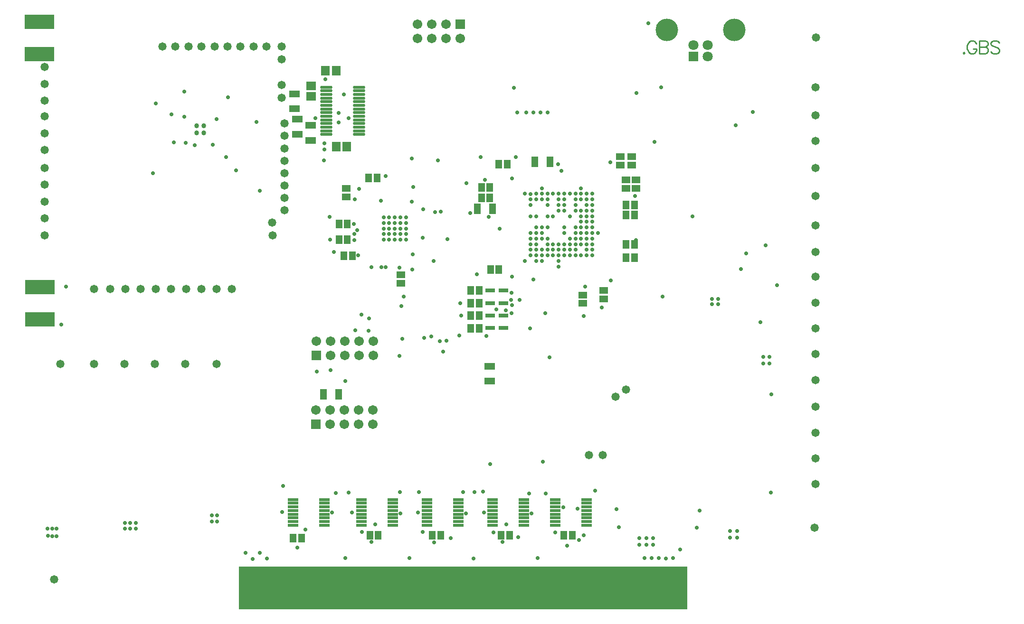
<source format=gbs>
%FSAX25Y25*%
%MOIN*%
G70*
G01*
G75*
G04 Layer_Color=16711935*
%ADD10R,0.05118X0.05906*%
%ADD11R,0.10000X0.15000*%
%ADD12O,0.10000X0.15000*%
%ADD13R,0.15000X0.10000*%
%ADD14O,0.15000X0.10000*%
%ADD15R,0.20000X0.09500*%
%ADD16R,0.20000X0.04500*%
%ADD17R,0.04331X0.05512*%
%ADD18R,0.05512X0.04331*%
%ADD19R,0.08661X0.07874*%
%ADD20R,0.04331X0.06693*%
%ADD21R,0.01575X0.08465*%
%ADD22R,0.01575X0.08465*%
%ADD23R,0.06693X0.04331*%
%ADD24R,0.07874X0.08661*%
%ADD25R,0.08000X0.07200*%
%ADD26O,0.06500X0.03000*%
%ADD27R,0.06500X0.03000*%
%ADD28O,0.04000X0.20000*%
%ADD29R,0.01181X0.03169*%
%ADD30R,0.03169X0.01181*%
%ADD31R,0.26378X0.26378*%
%ADD32R,0.06496X0.01181*%
%ADD33R,0.41339X0.33071*%
%ADD34R,0.04134X0.12992*%
%ADD35R,0.33071X0.41339*%
%ADD36R,0.12992X0.04134*%
%ADD37R,0.04331X0.02559*%
%ADD38O,0.07480X0.02362*%
%ADD39C,0.01969*%
%ADD40O,0.02362X0.08661*%
%ADD41R,0.10236X0.05906*%
%ADD42R,0.05100X0.03500*%
%ADD43R,0.05100X0.04700*%
%ADD44R,0.04000X0.16000*%
%ADD45R,0.16000X0.04000*%
%ADD46R,0.05906X0.05118*%
%ADD47O,0.03150X0.00984*%
%ADD48O,0.00984X0.03150*%
%ADD49R,0.10236X0.10236*%
%ADD50C,0.00492*%
%ADD51C,0.03150*%
%ADD52C,0.00787*%
%ADD53C,0.01000*%
%ADD54C,0.01969*%
%ADD55C,0.01181*%
%ADD56C,0.01575*%
%ADD57C,0.02362*%
%ADD58C,0.03937*%
%ADD59C,0.00900*%
%ADD60R,0.05906X0.05906*%
%ADD61C,0.05906*%
%ADD62C,0.05000*%
%ADD63C,0.14961*%
%ADD64C,0.06299*%
%ADD65R,0.06299X0.06299*%
%ADD66C,0.02598*%
%ADD67R,0.05709X0.02165*%
%ADD68O,0.07874X0.01378*%
%ADD69C,0.00984*%
%ADD70C,0.00394*%
%ADD71C,0.00600*%
%ADD72C,0.00720*%
%ADD73C,0.00800*%
%ADD74C,0.00300*%
%ADD75R,0.00100X0.00100*%
%ADD76R,3.15000X0.30000*%
%ADD77R,0.05918X0.06706*%
%ADD78R,0.10800X0.15800*%
%ADD79O,0.10800X0.15800*%
%ADD80R,0.15800X0.10800*%
%ADD81O,0.15800X0.10800*%
%ADD82R,0.20800X0.10300*%
%ADD83R,0.20800X0.05300*%
%ADD84R,0.05131X0.06312*%
%ADD85R,0.06312X0.05131*%
%ADD86R,0.09461X0.08674*%
%ADD87R,0.05131X0.07493*%
%ADD88R,0.02375X0.09265*%
%ADD89R,0.02375X0.09265*%
%ADD90R,0.07493X0.05131*%
%ADD91R,0.08674X0.09461*%
%ADD92R,0.08800X0.08000*%
%ADD93O,0.07300X0.03800*%
%ADD94R,0.07300X0.03800*%
%ADD95O,0.04800X0.20800*%
%ADD96R,0.01981X0.03969*%
%ADD97R,0.03969X0.01981*%
%ADD98R,0.27178X0.27178*%
%ADD99R,0.07296X0.01981*%
%ADD100R,0.42139X0.33871*%
%ADD101R,0.04934X0.13792*%
%ADD102R,0.33871X0.42139*%
%ADD103R,0.13792X0.04934*%
%ADD104R,0.05131X0.03359*%
%ADD105O,0.08280X0.03162*%
%ADD106C,0.02769*%
%ADD107O,0.03162X0.09461*%
%ADD108R,0.11036X0.06706*%
%ADD109R,0.05900X0.04300*%
%ADD110R,0.05900X0.05500*%
%ADD111R,0.04800X0.16800*%
%ADD112R,0.16800X0.04800*%
%ADD113R,0.06706X0.05918*%
%ADD114O,0.03950X0.01784*%
%ADD115O,0.01784X0.03950*%
%ADD116R,0.11036X0.11036*%
%ADD117R,0.06706X0.06706*%
%ADD118C,0.06706*%
%ADD119C,0.05800*%
%ADD120C,0.15761*%
%ADD121C,0.07099*%
%ADD122R,0.07099X0.07099*%
%ADD123R,0.06509X0.02965*%
%ADD124O,0.08674X0.02178*%
%ADD125C,0.03398*%
D59*
X0638322Y0370148D02*
X0637894Y0369720D01*
X0638322Y0369291D01*
X0638751Y0369720D01*
X0638322Y0370148D01*
X0647149Y0376147D02*
X0646720Y0377004D01*
X0645863Y0377861D01*
X0645007Y0378289D01*
X0643293D01*
X0642436Y0377861D01*
X0641579Y0377004D01*
X0641150Y0376147D01*
X0640722Y0374862D01*
Y0372719D01*
X0641150Y0371434D01*
X0641579Y0370577D01*
X0642436Y0369720D01*
X0643293Y0369291D01*
X0645007D01*
X0645863Y0369720D01*
X0646720Y0370577D01*
X0647149Y0371434D01*
Y0372719D01*
X0645007D02*
X0647149D01*
X0649206Y0378289D02*
Y0369291D01*
Y0378289D02*
X0653062D01*
X0654347Y0377861D01*
X0654776Y0377432D01*
X0655204Y0376575D01*
Y0375718D01*
X0654776Y0374862D01*
X0654347Y0374433D01*
X0653062Y0374005D01*
X0649206D02*
X0653062D01*
X0654347Y0373576D01*
X0654776Y0373148D01*
X0655204Y0372291D01*
Y0371005D01*
X0654776Y0370148D01*
X0654347Y0369720D01*
X0653062Y0369291D01*
X0649206D01*
X0663217Y0377004D02*
X0662360Y0377861D01*
X0661074Y0378289D01*
X0659361D01*
X0658075Y0377861D01*
X0657218Y0377004D01*
Y0376147D01*
X0657647Y0375290D01*
X0658075Y0374862D01*
X0658932Y0374433D01*
X0661503Y0373576D01*
X0662360Y0373148D01*
X0662788Y0372719D01*
X0663217Y0371862D01*
Y0370577D01*
X0662360Y0369720D01*
X0661074Y0369291D01*
X0659361D01*
X0658075Y0369720D01*
X0657218Y0370577D01*
D76*
X0286772Y-0005996D02*
D03*
D77*
X0190354Y0357382D02*
D03*
X0197835D02*
D03*
X0205315Y0303839D02*
D03*
X0197835D02*
D03*
D82*
X-0010591Y0391398D02*
D03*
Y0368878D02*
D03*
X-0010197Y0205177D02*
D03*
Y0182658D02*
D03*
D84*
X0306102Y0217618D02*
D03*
X0312008D02*
D03*
X0298228Y0203051D02*
D03*
X0292323D02*
D03*
X0298228Y0193996D02*
D03*
X0292323D02*
D03*
X0298228Y0185335D02*
D03*
X0292323D02*
D03*
X0298228Y0176279D02*
D03*
X0292323D02*
D03*
X0407283Y0225886D02*
D03*
X0401378D02*
D03*
X0407283Y0235335D02*
D03*
X0401378D02*
D03*
X0407283Y0262894D02*
D03*
X0401378D02*
D03*
X0299803Y0268012D02*
D03*
X0305709D02*
D03*
X0209252Y0227067D02*
D03*
X0203346D02*
D03*
X0363583Y0031004D02*
D03*
X0357677D02*
D03*
X0319488D02*
D03*
X0313583D02*
D03*
X0271063D02*
D03*
X0265158D02*
D03*
X0227362D02*
D03*
X0221457D02*
D03*
X0173425Y0029035D02*
D03*
X0167520D02*
D03*
X0226575Y0281791D02*
D03*
X0220669D02*
D03*
X0205709Y0249508D02*
D03*
X0199803D02*
D03*
X0205709Y0238484D02*
D03*
X0199803D02*
D03*
X0299803Y0275098D02*
D03*
X0305709D02*
D03*
X0312008Y0291634D02*
D03*
X0317913D02*
D03*
X0407283Y0255807D02*
D03*
X0401378D02*
D03*
D85*
X0385433Y0196949D02*
D03*
Y0202854D02*
D03*
X0408268Y0280413D02*
D03*
Y0274508D02*
D03*
X0397244Y0296949D02*
D03*
Y0291043D02*
D03*
X0405118Y0296949D02*
D03*
Y0291043D02*
D03*
X0401181Y0274508D02*
D03*
Y0280413D02*
D03*
X0370866Y0199705D02*
D03*
Y0193799D02*
D03*
X0204724Y0274508D02*
D03*
Y0268602D02*
D03*
X0243307Y0213878D02*
D03*
Y0207972D02*
D03*
D87*
X0347835Y0293209D02*
D03*
X0337205D02*
D03*
X0307677Y0260138D02*
D03*
X0297047D02*
D03*
X0199409Y0129823D02*
D03*
X0188779D02*
D03*
D90*
X0168504Y0330413D02*
D03*
Y0341043D02*
D03*
X0170472Y0312697D02*
D03*
Y0323327D02*
D03*
X0305512Y0149705D02*
D03*
Y0139075D02*
D03*
X0179921Y0318996D02*
D03*
Y0308366D02*
D03*
D95*
X0439272Y-0001496D02*
D03*
X0434272D02*
D03*
X0429272D02*
D03*
X0424272D02*
D03*
X0419272D02*
D03*
X0414272D02*
D03*
X0409272D02*
D03*
X0404272D02*
D03*
X0399272D02*
D03*
X0394272D02*
D03*
X0389272D02*
D03*
X0384272D02*
D03*
X0379272D02*
D03*
X0374272D02*
D03*
X0369272D02*
D03*
X0364272D02*
D03*
X0359272D02*
D03*
X0354272D02*
D03*
X0349272D02*
D03*
X0344272D02*
D03*
X0339272D02*
D03*
X0334272D02*
D03*
X0329272D02*
D03*
X0324272D02*
D03*
X0319272D02*
D03*
X0314272D02*
D03*
X0309272D02*
D03*
X0304272D02*
D03*
X0299272D02*
D03*
X0294272D02*
D03*
X0289272D02*
D03*
X0284272D02*
D03*
X0279272D02*
D03*
X0274272D02*
D03*
X0269272D02*
D03*
X0264272D02*
D03*
X0259272D02*
D03*
X0254272D02*
D03*
X0249272D02*
D03*
X0244272D02*
D03*
X0239272D02*
D03*
X0234272D02*
D03*
X0229272D02*
D03*
X0224272D02*
D03*
X0219272D02*
D03*
X0214272D02*
D03*
X0209272D02*
D03*
X0204272D02*
D03*
X0199272D02*
D03*
X0184272D02*
D03*
X0179272D02*
D03*
X0174272D02*
D03*
X0169272D02*
D03*
X0164272D02*
D03*
X0159272D02*
D03*
X0154272D02*
D03*
X0149272D02*
D03*
X0144272D02*
D03*
X0139272D02*
D03*
X0134272D02*
D03*
D99*
X0373398Y0055961D02*
D03*
Y0053401D02*
D03*
Y0050842D02*
D03*
Y0048283D02*
D03*
Y0045724D02*
D03*
Y0043165D02*
D03*
Y0040606D02*
D03*
Y0038047D02*
D03*
X0351547Y0055961D02*
D03*
Y0053401D02*
D03*
Y0050842D02*
D03*
Y0048283D02*
D03*
Y0045724D02*
D03*
Y0043165D02*
D03*
Y0040606D02*
D03*
Y0038047D02*
D03*
X0329398Y0055961D02*
D03*
Y0053401D02*
D03*
Y0050842D02*
D03*
Y0048283D02*
D03*
Y0045724D02*
D03*
Y0043165D02*
D03*
Y0040606D02*
D03*
Y0038047D02*
D03*
X0307547Y0055961D02*
D03*
Y0053401D02*
D03*
Y0050842D02*
D03*
Y0048283D02*
D03*
Y0045724D02*
D03*
Y0043165D02*
D03*
Y0040606D02*
D03*
Y0038047D02*
D03*
X0283398Y0055961D02*
D03*
Y0053401D02*
D03*
Y0050842D02*
D03*
Y0048283D02*
D03*
Y0045724D02*
D03*
Y0043165D02*
D03*
Y0040606D02*
D03*
Y0038047D02*
D03*
X0261547Y0055961D02*
D03*
Y0053401D02*
D03*
Y0050842D02*
D03*
Y0048283D02*
D03*
Y0045724D02*
D03*
Y0043165D02*
D03*
Y0040606D02*
D03*
Y0038047D02*
D03*
X0237398Y0055961D02*
D03*
Y0053401D02*
D03*
Y0050842D02*
D03*
Y0048283D02*
D03*
Y0045724D02*
D03*
Y0043165D02*
D03*
Y0040606D02*
D03*
Y0038047D02*
D03*
X0215547Y0055961D02*
D03*
Y0053401D02*
D03*
Y0050842D02*
D03*
Y0048283D02*
D03*
Y0045724D02*
D03*
Y0043165D02*
D03*
Y0040606D02*
D03*
Y0038047D02*
D03*
X0189398Y0055961D02*
D03*
Y0053401D02*
D03*
Y0050842D02*
D03*
Y0048283D02*
D03*
Y0045724D02*
D03*
Y0043165D02*
D03*
Y0040606D02*
D03*
Y0038047D02*
D03*
X0167547Y0055961D02*
D03*
Y0053401D02*
D03*
Y0050842D02*
D03*
Y0048283D02*
D03*
Y0045724D02*
D03*
Y0043165D02*
D03*
Y0040606D02*
D03*
Y0038047D02*
D03*
D106*
X0342913Y0082579D02*
D03*
X0305906Y0081004D02*
D03*
X0347638Y0155807D02*
D03*
X0083858Y0306988D02*
D03*
X0082284Y0326673D02*
D03*
X0220669Y0174508D02*
D03*
X0211319Y0174902D02*
D03*
X0220768Y0183268D02*
D03*
X0215551Y0185925D02*
D03*
X0269325Y0294139D02*
D03*
X0353642Y0291535D02*
D03*
X0271161Y0258071D02*
D03*
X0304921Y0254528D02*
D03*
X0330315Y0270768D02*
D03*
X0244291Y0168819D02*
D03*
X0317028Y0188779D02*
D03*
X0259449Y0169685D02*
D03*
X0264567Y0170472D02*
D03*
X0320866Y0186811D02*
D03*
X0321063Y0192717D02*
D03*
X0326673Y0196161D02*
D03*
X0275197Y0167618D02*
D03*
X0193799Y0146752D02*
D03*
X0333858Y0176083D02*
D03*
X0344587Y0186811D02*
D03*
X0346063Y0270768D02*
D03*
X0346063Y0266831D02*
D03*
X0338189Y0270768D02*
D03*
X0373622Y0262894D02*
D03*
X0365748Y0266831D02*
D03*
X0357874D02*
D03*
X0346063Y0262894D02*
D03*
X0336221Y0210728D02*
D03*
X0338189Y0223524D02*
D03*
X0330315Y0223524D02*
D03*
X0342126Y0223524D02*
D03*
X0353937D02*
D03*
Y0219587D02*
D03*
X0342126Y0266831D02*
D03*
X0353937Y0258957D02*
D03*
Y0262894D02*
D03*
X0357874D02*
D03*
X0365748Y0258957D02*
D03*
Y0262894D02*
D03*
X0369685Y0266831D02*
D03*
X0373622Y0270768D02*
D03*
Y0266831D02*
D03*
X0369685Y0270768D02*
D03*
X0377559Y0266831D02*
D03*
X0381496Y0243209D02*
D03*
X0377559Y0251083D02*
D03*
Y0247146D02*
D03*
Y0243209D02*
D03*
X0373622Y0251083D02*
D03*
X0377559Y0255020D02*
D03*
X0373622Y0255020D02*
D03*
X0369685Y0255020D02*
D03*
X0369685Y0251083D02*
D03*
X0373622Y0247146D02*
D03*
X0373622Y0243209D02*
D03*
X0373622Y0239272D02*
D03*
X0377559Y0239272D02*
D03*
X0377559Y0258957D02*
D03*
X0373622D02*
D03*
X0369685D02*
D03*
X0377559Y0262894D02*
D03*
Y0270768D02*
D03*
X0353937Y0266831D02*
D03*
X0346063Y0255020D02*
D03*
X0350000D02*
D03*
X0357874Y0258957D02*
D03*
X0361811Y0255020D02*
D03*
X0369685Y0247146D02*
D03*
X0365748D02*
D03*
Y0243209D02*
D03*
X0369685D02*
D03*
Y0239272D02*
D03*
X0369685Y0235335D02*
D03*
X0373622Y0235335D02*
D03*
X0377559Y0235335D02*
D03*
X0346063Y0231398D02*
D03*
X0350000Y0231398D02*
D03*
X0353937D02*
D03*
X0357874Y0231398D02*
D03*
X0361811Y0231398D02*
D03*
X0365748Y0235335D02*
D03*
X0365748Y0231398D02*
D03*
X0373622D02*
D03*
X0377559D02*
D03*
X0377559Y0227461D02*
D03*
X0373622Y0227461D02*
D03*
X0369685Y0227461D02*
D03*
X0365748D02*
D03*
X0361811D02*
D03*
X0357874D02*
D03*
X0353937D02*
D03*
X0350000D02*
D03*
X0361811Y0235335D02*
D03*
X0357874D02*
D03*
X0353937D02*
D03*
X0350000D02*
D03*
X0361811Y0239272D02*
D03*
X0365748D02*
D03*
X0357874Y0243209D02*
D03*
Y0247146D02*
D03*
X0346063Y0247146D02*
D03*
X0342126D02*
D03*
Y0243209D02*
D03*
X0342126Y0239272D02*
D03*
X0346063Y0239272D02*
D03*
Y0235335D02*
D03*
X0342126Y0231398D02*
D03*
X0346063Y0227461D02*
D03*
X0342126D02*
D03*
X0338189Y0255020D02*
D03*
X0338189Y0247146D02*
D03*
X0338189Y0243209D02*
D03*
X0338189Y0239272D02*
D03*
X0338189Y0235335D02*
D03*
X0338189Y0231398D02*
D03*
Y0227461D02*
D03*
X0334252Y0227461D02*
D03*
X0334252Y0231398D02*
D03*
X0334252Y0235335D02*
D03*
Y0239272D02*
D03*
Y0243209D02*
D03*
X0334289Y0266775D02*
D03*
Y0262838D02*
D03*
Y0254964D02*
D03*
X0338189Y0266831D02*
D03*
X0342126Y0270768D02*
D03*
X0334350Y0270669D02*
D03*
X0350000Y0270768D02*
D03*
X0353937D02*
D03*
X0357874D02*
D03*
X0361811D02*
D03*
X0365748D02*
D03*
X0111122Y0305118D02*
D03*
X0113779Y0323327D02*
D03*
X-0001575Y0035728D02*
D03*
X-0001476Y0030315D02*
D03*
X0001575D02*
D03*
X-0004575Y0030461D02*
D03*
X0049425Y0039484D02*
D03*
X0053362D02*
D03*
X0057268D02*
D03*
Y0035516D02*
D03*
X0053331D02*
D03*
X0049394D02*
D03*
X0110457Y0045004D02*
D03*
X0114347D02*
D03*
Y0040673D02*
D03*
X0110457D02*
D03*
X-0004724Y0035728D02*
D03*
X0001575D02*
D03*
X0410425Y0028846D02*
D03*
X0415543D02*
D03*
X0420284D02*
D03*
Y0024106D02*
D03*
X0415543D02*
D03*
X0410441D02*
D03*
X0474260Y0034004D02*
D03*
X0479378D02*
D03*
Y0029185D02*
D03*
X0474165D02*
D03*
X0501968Y0151476D02*
D03*
Y0156201D02*
D03*
X0497638D02*
D03*
Y0151476D02*
D03*
X0139272Y0014371D02*
D03*
X0149272Y0014409D02*
D03*
X0204272Y0014920D02*
D03*
X0249272Y0014802D02*
D03*
X0294272Y0014684D02*
D03*
X0339272Y0014765D02*
D03*
X0414272Y0014763D02*
D03*
X0419272Y0014843D02*
D03*
X0429272Y0014724D02*
D03*
X0434272Y0014842D02*
D03*
X0424213Y0014862D02*
D03*
X0091339Y0324801D02*
D03*
X0092128Y0306593D02*
D03*
X0098424Y0305019D02*
D03*
X0120669Y0296555D02*
D03*
X0144095Y0272736D02*
D03*
X0127559Y0287303D02*
D03*
X0141732Y0321161D02*
D03*
X0122047Y0338484D02*
D03*
X0091339Y0342421D02*
D03*
X0071260Y0334154D02*
D03*
X0069291Y0285335D02*
D03*
X0408268Y0238090D02*
D03*
X0213779Y0274311D02*
D03*
X0211024Y0266831D02*
D03*
X0232677Y0283366D02*
D03*
X0210236Y0249508D02*
D03*
X0210630Y0238090D02*
D03*
Y0242421D02*
D03*
X0212598Y0245177D02*
D03*
X0213386Y0227461D02*
D03*
X0222441Y0219193D02*
D03*
X0229528D02*
D03*
X0232677D02*
D03*
X0251181Y0217618D02*
D03*
X0251575Y0228248D02*
D03*
X0266142Y0223524D02*
D03*
X0275984Y0238878D02*
D03*
X0258661Y0240059D02*
D03*
X0267323Y0257776D02*
D03*
X0259055Y0259744D02*
D03*
X0251969Y0275492D02*
D03*
X0250787Y0265256D02*
D03*
X0229134Y0266043D02*
D03*
X0193307Y0254626D02*
D03*
X0193701Y0238484D02*
D03*
X0196063Y0229823D02*
D03*
X0242126Y0218799D02*
D03*
X0408465Y0341437D02*
D03*
X0355906Y0286910D02*
D03*
X0478346Y0318799D02*
D03*
X0426772Y0198721D02*
D03*
X0465748Y0196752D02*
D03*
X0461417D02*
D03*
Y0193209D02*
D03*
X0465748D02*
D03*
X0407480Y0269193D02*
D03*
X0372441Y0205413D02*
D03*
X0351575Y0032972D02*
D03*
X0371654Y0031004D02*
D03*
X0367323Y0049508D02*
D03*
X0357087Y0050689D02*
D03*
X0301575Y0046752D02*
D03*
X0335039Y0046358D02*
D03*
X0288976D02*
D03*
X0255118Y0046752D02*
D03*
X0209055D02*
D03*
X0242913Y0046358D02*
D03*
X0225197Y0038484D02*
D03*
X0194882Y0046752D02*
D03*
X0159843Y0047146D02*
D03*
X0176378Y0034941D02*
D03*
X0308268Y0032972D02*
D03*
X0258661Y0033366D02*
D03*
X0215748D02*
D03*
X0170472Y0022343D02*
D03*
X0242126Y0156988D02*
D03*
X0272835Y0159744D02*
D03*
X0270472Y0167224D02*
D03*
X0243701Y0192028D02*
D03*
X0204331Y0139272D02*
D03*
X0184252Y0145965D02*
D03*
X0322638Y0345374D02*
D03*
X0416732Y0390650D02*
D03*
X0390158Y0292815D02*
D03*
X0421260Y0307382D02*
D03*
X0425984Y0345571D02*
D03*
X0490158Y0328248D02*
D03*
X0448032Y0255020D02*
D03*
X0499213Y0234547D02*
D03*
X0481890Y0218012D02*
D03*
X0485433Y0229035D02*
D03*
X0396063Y0036516D02*
D03*
X0394488Y0049114D02*
D03*
X0452756Y0048327D02*
D03*
X0450787Y0036122D02*
D03*
X0502756Y0060925D02*
D03*
X0503150Y0129823D02*
D03*
X0495669Y0180610D02*
D03*
X0507087Y0206594D02*
D03*
X0296457Y0214075D02*
D03*
X0321260Y0212500D02*
D03*
X0320866Y0201083D02*
D03*
X0320472Y0196358D02*
D03*
X0310236Y0189665D02*
D03*
X0303150Y0170768D02*
D03*
X0285039Y0193996D02*
D03*
X0285433Y0185335D02*
D03*
X0284252Y0171161D02*
D03*
X0245276Y0198721D02*
D03*
X0390551Y0209744D02*
D03*
X0302165Y0280413D02*
D03*
X0291732Y0257382D02*
D03*
X0289370Y0278248D02*
D03*
X0008268Y0205413D02*
D03*
X0004724Y0179035D02*
D03*
X0134252Y0018406D02*
D03*
X0144095D02*
D03*
X0439370Y0020768D02*
D03*
X0321260Y0281398D02*
D03*
X0384252Y0190847D02*
D03*
X0371654Y0184941D02*
D03*
X0300787Y0061713D02*
D03*
X0287008Y0061319D02*
D03*
X0255906D02*
D03*
X0206693Y0060925D02*
D03*
X0160630Y0065650D02*
D03*
X0344882Y0060138D02*
D03*
X0379528Y0062106D02*
D03*
X0333071Y0060138D02*
D03*
X0294882Y0061319D02*
D03*
X0242520D02*
D03*
X0197638Y0060532D02*
D03*
X0278346Y0029035D02*
D03*
X0325590Y0029429D02*
D03*
X0368110Y0027461D02*
D03*
X0359842Y0023524D02*
D03*
X0317323Y0038484D02*
D03*
X0314567Y0026280D02*
D03*
X0266535Y0025886D02*
D03*
X0222441Y0026280D02*
D03*
X0235039Y0254232D02*
D03*
X0238976D02*
D03*
X0242913D02*
D03*
Y0250295D02*
D03*
X0238976D02*
D03*
X0235039D02*
D03*
Y0246358D02*
D03*
X0242913D02*
D03*
X0246850D02*
D03*
Y0250295D02*
D03*
Y0254232D02*
D03*
X0242913Y0242421D02*
D03*
X0238976D02*
D03*
X0235039D02*
D03*
X0238976Y0246358D02*
D03*
X0246850Y0242421D02*
D03*
Y0238484D02*
D03*
X0242913D02*
D03*
X0238976D02*
D03*
X0235039D02*
D03*
X0231102D02*
D03*
Y0242421D02*
D03*
Y0246358D02*
D03*
Y0250295D02*
D03*
Y0254232D02*
D03*
X0331122Y0327776D02*
D03*
X0336122Y0327854D02*
D03*
X0341122Y0327933D02*
D03*
X0346122Y0327913D02*
D03*
X0325000Y0327756D02*
D03*
X0190354Y0351279D02*
D03*
X0203150Y0340551D02*
D03*
X0183169Y0324016D02*
D03*
X0323819Y0296457D02*
D03*
X0299114Y0296555D02*
D03*
X0250787Y0295472D02*
D03*
X0189469Y0306201D02*
D03*
Y0301870D02*
D03*
X0189370Y0294390D02*
D03*
X0199606Y0327559D02*
D03*
Y0320866D02*
D03*
X0206693Y0324016D02*
D03*
X0342126Y0274705D02*
D03*
X0369685D02*
D03*
X0312598Y0246211D02*
D03*
D113*
X0180315Y0346555D02*
D03*
Y0339075D02*
D03*
D117*
X0285039Y0390059D02*
D03*
X0183465Y0108957D02*
D03*
X0183858Y0157382D02*
D03*
D118*
X0285039Y0380059D02*
D03*
X0275039Y0390059D02*
D03*
Y0380059D02*
D03*
X0265039Y0390059D02*
D03*
Y0380059D02*
D03*
X0255039Y0390059D02*
D03*
Y0380059D02*
D03*
X0183465Y0118957D02*
D03*
X0193465Y0108957D02*
D03*
Y0118957D02*
D03*
X0203465Y0108957D02*
D03*
Y0118957D02*
D03*
X0213465Y0108957D02*
D03*
Y0118957D02*
D03*
X0223465Y0108957D02*
D03*
Y0118957D02*
D03*
X0183858Y0167382D02*
D03*
X0193858Y0157382D02*
D03*
Y0167382D02*
D03*
X0203858Y0157382D02*
D03*
Y0167382D02*
D03*
X0213858Y0157382D02*
D03*
Y0167382D02*
D03*
X0223858Y0157382D02*
D03*
Y0167382D02*
D03*
D119*
X0000000Y0000000D02*
D03*
X0534547Y0380610D02*
D03*
X0533465Y0036220D02*
D03*
X-0006693Y0347933D02*
D03*
Y0325098D02*
D03*
Y0301476D02*
D03*
Y0277067D02*
D03*
Y0253445D02*
D03*
Y0359744D02*
D03*
Y0241634D02*
D03*
Y0265256D02*
D03*
Y0288878D02*
D03*
Y0313287D02*
D03*
Y0336122D02*
D03*
X0113779Y0151083D02*
D03*
X0091732D02*
D03*
X0070472D02*
D03*
X0049213D02*
D03*
X0027953D02*
D03*
X0004331D02*
D03*
X0534252Y0345571D02*
D03*
Y0325886D02*
D03*
Y0307776D02*
D03*
Y0288878D02*
D03*
Y0269193D02*
D03*
Y0248721D02*
D03*
Y0229823D02*
D03*
Y0212500D02*
D03*
Y0194390D02*
D03*
Y0176279D02*
D03*
Y0158169D02*
D03*
Y0140059D02*
D03*
Y0121161D02*
D03*
Y0103051D02*
D03*
Y0084941D02*
D03*
Y0066831D02*
D03*
X0027953Y0203839D02*
D03*
X0039370D02*
D03*
X0050000D02*
D03*
X0060630D02*
D03*
X0071260D02*
D03*
X0081890D02*
D03*
X0092520D02*
D03*
X0103150D02*
D03*
X0113779D02*
D03*
X0124409D02*
D03*
X0153150Y0241634D02*
D03*
X0152756Y0250689D02*
D03*
X0161417Y0259350D02*
D03*
Y0268012D02*
D03*
Y0276673D02*
D03*
Y0285335D02*
D03*
Y0293996D02*
D03*
Y0302658D02*
D03*
Y0311713D02*
D03*
Y0320374D02*
D03*
X0159449Y0338090D02*
D03*
Y0347146D02*
D03*
Y0365256D02*
D03*
Y0374311D02*
D03*
X0148819D02*
D03*
X0139764D02*
D03*
X0130709D02*
D03*
X0121653D02*
D03*
X0112598D02*
D03*
X0103150D02*
D03*
X0094095D02*
D03*
X0085039D02*
D03*
X0075984D02*
D03*
X0401083Y0133366D02*
D03*
X0375295Y0087106D02*
D03*
X0384842D02*
D03*
X0393799Y0128248D02*
D03*
D120*
X0477244Y0385768D02*
D03*
X0429843D02*
D03*
D121*
X0458465Y0375098D02*
D03*
X0448622D02*
D03*
X0458465Y0367224D02*
D03*
D122*
X0448622D02*
D03*
D123*
X0306004Y0176673D02*
D03*
X0315256D02*
D03*
X0306004Y0185335D02*
D03*
X0315256D02*
D03*
X0306004Y0193996D02*
D03*
X0315256D02*
D03*
X0306004Y0203051D02*
D03*
X0315256D02*
D03*
D124*
X0213779Y0345669D02*
D03*
Y0343110D02*
D03*
Y0340551D02*
D03*
Y0337992D02*
D03*
Y0335433D02*
D03*
Y0332874D02*
D03*
Y0330315D02*
D03*
Y0327756D02*
D03*
Y0325197D02*
D03*
Y0322638D02*
D03*
Y0320079D02*
D03*
Y0317520D02*
D03*
Y0314961D02*
D03*
Y0312402D02*
D03*
X0190945Y0345669D02*
D03*
Y0343110D02*
D03*
Y0340551D02*
D03*
Y0337992D02*
D03*
Y0335433D02*
D03*
Y0332874D02*
D03*
Y0330315D02*
D03*
Y0327756D02*
D03*
Y0325197D02*
D03*
Y0322638D02*
D03*
Y0320079D02*
D03*
Y0317520D02*
D03*
Y0314961D02*
D03*
Y0312402D02*
D03*
D125*
X0104724Y0313681D02*
D03*
X0100000D02*
D03*
X0104724Y0318406D02*
D03*
X0100000D02*
D03*
M02*

</source>
